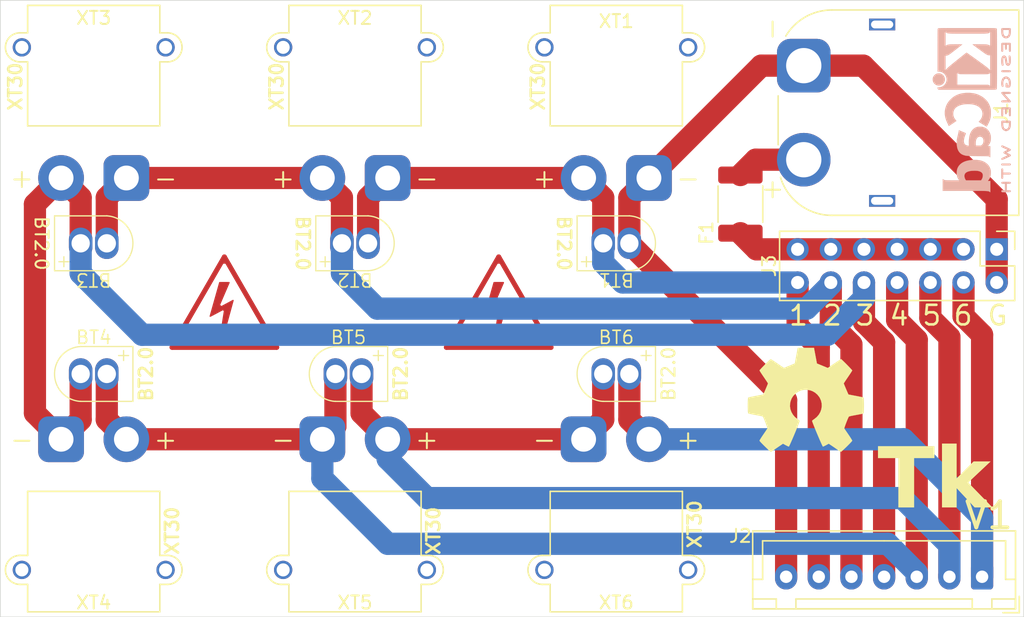
<source format=kicad_pcb>
(kicad_pcb (version 20241229) (generator "pcbnew") (generator_version "9.0")
  (layers (0 "F.Cu" signal) (2 "B.Cu" signal) (13 "F.Paste" user) (15 "B.Paste" user) (5 "F.SilkS" user "F.Silkscreen") (7 "B.SilkS" user "B.Silkscreen") (1 "F.Mask" user) (3 "B.Mask" user) (25 "Edge.Cuts" user))
  (net 0 "")
  (net 1 "BL3")
  (net 2 "BL2")
  (net 3 "BL1")
  (net 4 "GND")
  (net 5 "BL6")
  (net 6 "BL5")
  (net 7 "BL4")
  (net 8 "VCC")
  (net 9 "Net-(J1-Pin_2)")
  (footprint "BT20:BT20" (layer "F.Cu") (at 117 89)
    (property "Reference" "BT5" (at 0 -2.8 0) (layer "F.SilkS") (effects (font (thickness 0.125))))
    (property "Value" "BT2.0" (at 4 0 90) (layer "F.SilkS") (effects (font (thickness 0.2) (bold yes))))
    (fp_text user "+" (at 1.6 -0.9 0) (layer "F.SilkS") (effects (font (thickness 0.1)) (justify left bottom)))
    (pad "1" thru_hole oval (at -1 0) (size 1.8 2.4) (drill 1.4) (layers "*.Cu" "*.Mask") (net 7 "BL4"))
    (pad "2" thru_hole oval (at 1 0) (size 1.8 2.4) (drill 1.4) (layers "*.Cu" "*.Mask") (net 6 "BL5"))
  )
  (footprint "BT20:BT20" (layer "F.Cu") (at 117.5 79 180)
    (property "Reference" "BT2" (at 0 -2.8 180) (layer "F.SilkS") (effects (font (thickness 0.125))))
    (property "Value" "BT2.0" (at 4 0 270) (layer "F.SilkS") (effects (font (thickness 0.2) (bold yes))))
    (fp_text user "+" (at 1.6 -0.9 180) (layer "F.SilkS") (effects (font (thickness 0.1)) (justify left bottom)))
    (pad "1" thru_hole oval (at -1 0 180) (size 1.8 2.4) (drill 1.4) (layers "*.Cu" "*.Mask") (net 3 "BL1"))
    (pad "2" thru_hole oval (at 1 0 180) (size 1.8 2.4) (drill 1.4) (layers "*.Cu" "*.Mask") (net 2 "BL2"))
  )
  (footprint "Connector_AMASS:AMASS_XT30PW-M_1x02_P2.50mm_Horizontal" (layer "F.Cu") (at 100 74)
    (property "Reference" "XT3" (at -2.5 -12.25 180) (layer "F.SilkS"))
    (property "Value" "XT30" (at -8.5 -7 90) (layer "F.SilkS") (effects (font (thickness 0.2) (bold yes))))
    (fp_text user "-" (at 3 0 0) (layer "F.SilkS") (effects (font (size 1.5 1.5))))
    (fp_text user "+" (at -8 0 0) (layer "F.SilkS") (effects (font (size 1.5 1.5))))
    (pad "" thru_hole circle (at -8 -10) (size 1.4 1.4) (drill 1) (layers "*.Cu" "*.Mask"))
    (pad "" thru_hole circle (at 3 -10) (size 1.4 1.4) (drill 1) (layers "*.Cu" "*.Mask"))
    (pad "1" thru_hole roundrect (at 0 0) (size 3.5 3.5) (drill 1.9) (layers "*.Cu" "*.Mask") (roundrect_rratio 0.22) (net 2 "BL2"))
    (pad "2" thru_hole circle (at -5 0) (size 3.5 3.5) (drill 1.9) (layers "*.Cu" "*.Mask") (net 1 "BL3"))
  )
  (footprint "Connector_AMASS:AMASS_XT30PW-M_1x02_P2.50mm_Horizontal" (layer "F.Cu") (at 95 94 180)
    (property "Reference" "XT4" (at -2.5 -12.5 180) (layer "F.SilkS"))
    (property "Value" "XT30" (at -8.5 -7 270) (layer "F.SilkS") (effects (font (thickness 0.2) (bold yes))))
    (fp_text user "-" (at 3 0 180) (layer "F.SilkS") (effects (font (size 1.5 1.5))))
    (fp_text user "+" (at -8 0 180) (layer "F.SilkS") (effects (font (size 1.5 1.5))))
    (pad "" thru_hole circle (at -8 -10 180) (size 1.4 1.4) (drill 1) (layers "*.Cu" "*.Mask"))
    (pad "" thru_hole circle (at 3 -10 180) (size 1.4 1.4) (drill 1) (layers "*.Cu" "*.Mask"))
    (pad "1" thru_hole roundrect (at 0 0 180) (size 3.5 3.5) (drill 1.9) (layers "*.Cu" "*.Mask") (roundrect_rratio 0.22) (net 1 "BL3"))
    (pad "2" thru_hole circle (at -5 0 180) (size 3.5 3.5) (drill 1.9) (layers "*.Cu" "*.Mask") (net 7 "BL4"))
  )
  (footprint "Symbol:Symbol_HighVoltage_Triangle_8x7mm_Copper" (layer "F.Cu") (at 128.5 83.5)
    (property "Reference" "REF**" (hide yes))
    (property "Value" "Symbol_HighVoltage_Triangle_8x7mm_Copper" (hide yes))
    (fp_line (start -4 3.46) (end 0 -3.46) (stroke (width 0.381)) (layer "F.Cu"))
    (fp_line (start -3.51 3.44) (end -3.776322 3.030736) (stroke (width 0.2)) (layer "F.Cu"))
    (fp_line (start -0.45 0.215) (end -0.24 0.44) (stroke (width 0.2)) (layer "F.Cu"))
    (fp_line (start -0.34 2.095) (end 0.17 2.185) (stroke (width 0.2)) (layer "F.Cu"))
    (fp_line (start -0.15 -3.04) (end 0.16 -3.04) (stroke (width 0.2)) (layer "F.Cu"))
    (fp_line (start -0.132899 0.479099) (end 0.112899 0.680901) (stroke (width 0.2)) (layer "F.Cu"))
    (fp_line (start 0 -3.46) (end 4 3.46) (stroke (width 0.381)) (layer "F.Cu"))
    (fp_line (start 3.51 3.44) (end 3.776322 3.030736) (stroke (width 0.2)) (layer "F.Cu"))
    (fp_line (start 4 3.46) (end -4 3.46) (stroke (width 0.4)) (layer "F.Cu"))
    (fp_poly (pts (xy -0.5 0.5) (xy 0.664167 -0.12574) (xy 0.009323 2.260802) (xy 0.344021 2.057073) (xy -0.252615 2.94475) (xy -0.470896 1.897) (xy -0.238062 2.217146) (xy 0.038427 0.485448) (xy -1.082083 1.082083) (xy -0.354479 -1.493636) (xy 0.358573 -1.493636)) (stroke (width 0.1)) (fill yes) (layer "F.Cu"))
  )
  (footprint "Connector_AMASS:AMASS_XT30PW-M_1x02_P2.50mm_Horizontal" (layer "F.Cu") (at 120 74)
    (property "Reference" "XT2" (at -2.5 -12.25 180) (layer "F.SilkS"))
    (property "Value" "XT30" (at -8.5 -7 90) (layer "F.SilkS") (effects (font (thickness 0.2) (bold yes))))
    (fp_text user "-" (at 3 0 0) (layer "F.SilkS") (effects (font (size 1.5 1.5))))
    (fp_text user "+" (at -8 0 0) (layer "F.SilkS") (effects (font (size 1.5 1.5))))
    (pad "" thru_hole circle (at -8 -10) (size 1.4 1.4) (drill 1) (layers "*.Cu" "*.Mask"))
    (pad "" thru_hole circle (at 3 -10) (size 1.4 1.4) (drill 1) (layers "*.Cu" "*.Mask"))
    (pad "1" thru_hole roundrect (at 0 0) (size 3.5 3.5) (drill 1.9) (layers "*.Cu" "*.Mask") (roundrect_rratio 0.22) (net 3 "BL1"))
    (pad "2" thru_hole circle (at -5 0) (size 3.5 3.5) (drill 1.9) (layers "*.Cu" "*.Mask") (net 2 "BL2"))
  )
  (footprint "Symbol:Symbol_HighVoltage_Triangle_8x7mm_Copper" (layer "F.Cu") (at 107.5 83.5)
    (property "Reference" "REF**" (hide yes))
    (property "Value" "Symbol_HighVoltage_Triangle_8x7mm_Copper" (hide yes))
    (fp_line (start -4 3.46) (end 0 -3.46) (stroke (width 0.381)) (layer "F.Cu"))
    (fp_line (start -3.51 3.44) (end -3.776322 3.030736) (stroke (width 0.2)) (layer "F.Cu"))
    (fp_line (start -0.45 0.215) (end -0.24 0.44) (stroke (width 0.2)) (layer "F.Cu"))
    (fp_line (start -0.34 2.095) (end 0.17 2.185) (stroke (width 0.2)) (layer "F.Cu"))
    (fp_line (start -0.15 -3.04) (end 0.16 -3.04) (stroke (width 0.2)) (layer "F.Cu"))
    (fp_line (start -0.132899 0.479099) (end 0.112899 0.680901) (stroke (width 0.2)) (layer "F.Cu"))
    (fp_line (start 0 -3.46) (end 4 3.46) (stroke (width 0.381)) (layer "F.Cu"))
    (fp_line (start 3.51 3.44) (end 3.776322 3.030736) (stroke (width 0.2)) (layer "F.Cu"))
    (fp_line (start 4 3.46) (end -4 3.46) (stroke (width 0.4)) (layer "F.Cu"))
    (fp_poly (pts (xy -0.5 0.5) (xy 0.664167 -0.12574) (xy 0.009323 2.260802) (xy 0.344021 2.057073) (xy -0.252615 2.94475) (xy -0.470896 1.897) (xy -0.238062 2.217146) (xy 0.038427 0.485448) (xy -1.082083 1.082083) (xy -0.354479 -1.493636) (xy 0.358573 -1.493636)) (stroke (width 0.1)) (fill yes) (layer "F.Cu"))
  )
  (footprint "Connector_AMASS:AMASS_XT30PW-M_1x02_P2.50mm_Horizontal" (layer "F.Cu") (at 115 94 180)
    (property "Reference" "XT5" (at -2.5 -12.5 180) (layer "F.SilkS"))
    (property "Value" "XT30" (at -8.5 -7 270) (layer "F.SilkS") (effects (font (thickness 0.2) (bold yes))))
    (fp_text user "+" (at -8 0 180) (layer "F.SilkS") (effects (font (size 1.5 1.5))))
    (fp_text user "-" (at 3 0 180) (layer "F.SilkS") (effects (font (size 1.5 1.5))))
    (pad "" thru_hole circle (at -8 -10 180) (size 1.4 1.4) (drill 1) (layers "*.Cu" "*.Mask"))
    (pad "" thru_hole circle (at 3 -10 180) (size 1.4 1.4) (drill 1) (layers "*.Cu" "*.Mask"))
    (pad "1" thru_hole roundrect (at 0 0 180) (size 3.5 3.5) (drill 1.9) (layers "*.Cu" "*.Mask") (roundrect_rratio 0.22) (net 7 "BL4"))
    (pad "2" thru_hole circle (at -5 0 180) (size 3.5 3.5) (drill 1.9) (layers "*.Cu" "*.Mask") (net 6 "BL5"))
  )
  (footprint "Symbol:OSHW-Symbol_8.9x8mm_SilkScreen" (layer "F.Cu") (at 152 91)
    (property "Reference" "REF**" (hide yes))
    (property "Value" "OSHW-Symbol_8.9x8mm_SilkScreen" (hide yes))
  )
  (footprint "BT20:BT20" (layer "F.Cu") (at 137.5 79 180)
    (property "Reference" "BT1" (at 0 -2.8 180) (layer "F.SilkS") (effects (font (thickness 0.125))))
    (property "Value" "BT2.0" (at 4 0 270) (layer "F.SilkS") (effects (font (thickness 0.2) (bold yes))))
    (fp_text user "+" (at 1.6 -0.9 180) (layer "F.SilkS") (effects (font (thickness 0.1)) (justify left bottom)))
    (pad "1" thru_hole oval (at -1 0 180) (size 1.8 2.4) (drill 1.4) (layers "*.Cu" "*.Mask") (net 4 "GND"))
    (pad "2" thru_hole oval (at 1 0 180) (size 1.8 2.4) (drill 1.4) (layers "*.Cu" "*.Mask") (net 3 "BL1"))
  )
  (footprint "BT20:BT20" (layer "F.Cu") (at 137.5 89)
    (property "Reference" "BT6" (at 0 -2.8 0) (layer "F.SilkS") (effects (font (thickness 0.125))))
    (property "Value" "BT2.0" (at 4 0 90) (layer "F.SilkS"))
    (fp_text user "+" (at 1.6 -0.9 0) (layer "F.SilkS") (effects (font (thickness 0.1)) (justify left bottom)))
    (pad "1" thru_hole oval (at -1 0) (size 1.8 2.4) (drill 1.4) (layers "*.Cu" "*.Mask") (net 6 "BL5"))
    (pad "2" thru_hole oval (at 1 0) (size 1.8 2.4) (drill 1.4) (layers "*.Cu" "*.Mask") (net 5 "BL6"))
  )
  (footprint "Connector_AMASS:AMASS_XT30PW-M_1x02_P2.50mm_Horizontal" (layer "F.Cu") (at 135 94 180)
    (property "Reference" "XT6" (at -2.5 -12.5 180) (layer "F.SilkS"))
    (property "Value" "XT30" (at -8.5 -6.5 270) (layer "F.SilkS") (effects (font (thickness 0.2) (bold yes))))
    (fp_text user "+" (at -8 0 180) (layer "F.SilkS") (effects (font (size 1.5 1.5))))
    (fp_text user "-" (at 3 0 180) (layer "F.SilkS") (effects (font (size 1.5 1.5))))
    (pad "" thru_hole circle (at -8 -10 180) (size 1.4 1.4) (drill 1) (layers "*.Cu" "*.Mask"))
    (pad "" thru_hole circle (at 3 -10 180) (size 1.4 1.4) (drill 1) (layers "*.Cu" "*.Mask"))
    (pad "1" thru_hole roundrect (at 0 0 180) (size 3.5 3.5) (drill 1.9) (layers "*.Cu" "*.Mask") (roundrect_rratio 0.22) (net 6 "BL5"))
    (pad "2" thru_hole circle (at -5 0 180) (size 3.5 3.5) (drill 1.9) (layers "*.Cu" "*.Mask") (net 5 "BL6"))
  )
  (footprint "Fuse:Fuse_1812_4532Metric_Pad1.30x3.40mm_HandSolder" (layer "F.Cu") (at 147 76 -90)
    (property "Reference" "F1" (at 2.2 2.6 90) (layer "F.SilkS"))
    (property "Value" "2A")
    (pad "1" smd roundrect (at -2.225 0 270) (size 1.3 3.4) (layers "F.Cu" "F.Mask" "F.Paste") (roundrect_rratio 0.192308) (net 9 "Net-(J1-Pin_2)"))
    (pad "2" smd roundrect (at 2.225 0 270) (size 1.3 3.4) (layers "F.Cu" "F.Mask" "F.Paste") (roundrect_rratio 0.192308) (net 8 "VCC"))
  )
  (footprint "BT20:BT20" (layer "F.Cu") (at 97.5 89)
    (property "Reference" "BT4" (at 0 -2.8 0) (layer "F.SilkS") (effects (font (thickness 0.125))))
    (property "Value" "BT2.0" (at 4 0 90) (layer "F.SilkS") (effects (font (thickness 0.2) (bold yes))))
    (fp_text user "+" (at 1.6 -0.9 0) (layer "F.SilkS") (effects (font (thickness 0.1)) (justify left bottom)))
    (pad "1" thru_hole oval (at -1 0) (size 1.8 2.4) (drill 1.4) (layers "*.Cu" "*.Mask") (net 1 "BL3"))
    (pad "2" thru_hole oval (at 1 0) (size 1.8 2.4) (drill 1.4) (layers "*.Cu" "*.Mask") (net 7 "BL4"))
  )
  (footprint "Connector_PinHeader_2.54mm:PinHeader_2x07_P2.54mm_Vertical" (layer "F.Cu") (at 166.62 79.46 -90)
    (property "Reference" "J3" (at 1.27 17.42 270) (layer "F.SilkS"))
    (property "Value" "Voltage selector")
    (pad "1" thru_hole rect (at 0 0 270) (size 1.7 1.7) (drill 1) (layers "*.Cu" "*.Mask") (net 4 "GND"))
    (pad "2" thru_hole circle (at 2.54 0 270) (size 1.7 1.7) (drill 1) (layers "*.Cu" "*.Mask") (net 4 "GND"))
    (pad "3" thru_hole circle (at 0 2.54 270) (size 1.7 1.7) (drill 1) (layers "*.Cu" "*.Mask") (net 8 "VCC"))
    (pad "4" thru_hole circle (at 2.54 2.54 270) (size 1.7 1.7) (drill 1) (layers "*.Cu" "*.Mask") (net 5 "BL6"))
    (pad "5" thru_hole circle (at 0 5.08 270) (size 1.7 1.7) (drill 1) (layers "*.Cu" "*.Mask") (net 8 "VCC"))
    (pad "6" thru_hole circle (at 2.54 5.08 270) (size 1.7 1.7) (drill 1) (layers "*.Cu" "*.Mask") (net 6 "BL5"))
    (pad "7" thru_hole circle (at 0 7.62 270) (size 1.7 1.7) (drill 1) (layers "*.Cu" "*.Mask") (net 8 "VCC"))
    (pad "8" thru_hole circle (at 2.54 7.62 270) (size 1.7 1.7) (drill 1) (layers "*.Cu" "*.Mask") (net 7 "BL4"))
    (pad "9" thru_hole circle (at 0 10.16 270) (size 1.7 1.7) (drill 1) (layers "*.Cu" "*.Mask") (net 8 "VCC"))
    (pad "10" thru_hole circle (at 2.54 10.16 270) (size 1.7 1.7) (drill 1) (layers "*.Cu" "*.Mask") (net 1 "BL3"))
    (pad "11" thru_hole circle (at 0 12.7 270) (size 1.7 1.7) (drill 1) (layers "*.Cu" "*.Mask") (net 8 "VCC"))
    (pad "12" thru_hole circle (at 2.54 12.7 270) (size 1.7 1.7) (drill 1) (layers "*.Cu" "*.Mask") (net 2 "BL2"))
    (pad "13" thru_hole circle (at 0 15.24 270) (size 1.7 1.7) (drill 1) (layers "*.Cu" "*.Mask") (net 8 "VCC"))
    (pad "14" thru_hole circle (at 2.54 15.24 270) (size 1.7 1.7) (drill 1) (layers "*.Cu" "*.Mask") (net 3 "BL1"))
  )
  (footprint "Connector_AMASS:AMASS_XT60PW-M_1x02_P7.20mm_Horizontal" (layer "F.Cu") (at 151.85 65.4 -90)
    (property "Reference" "J1" (at 3.630343 -15.11926 90) (layer "F.SilkS"))
    (property "Value" "Power Input")
    (fp_text user "+" (at 9.5 2.5 90) (layer "F.SilkS") (effects (font (size 1.5 1.5))))
    (fp_text user "-" (at -2.8 2.5 90) (layer "F.SilkS") (effects (font (size 1.5 1.5))))
    (pad "" thru_hole rect (at -3.15 -6 270) (size 0.9 2) (drill oval 0.6 1.7) (layers "*.Cu" "*.Mask"))
    (pad "" thru_hole rect (at 10.35 -6 270) (size 0.9 2) (drill oval 0.6 1.7) (layers "*.Cu" "*.Mask"))
    (pad "1" thru_hole roundrect (at 0 0 270) (size 4.1 4.1) (drill 2.7) (layers "*.Cu" "*.Mask") (net 4 "GND"))
    (pad "2" thru_hole circle (at 7.2 0 270) (size 4.1 4.1) (drill 2.7) (layers "*.Cu" "*.Mask") (net 9 "Net-(J1-Pin_2)"))
  )
  (footprint "BT20:BT20" (layer "F.Cu") (at 97.5 79 180)
    (property "Reference" "BT3" (at 0 -2.8 180) (layer "F.SilkS") (effects (font (thickness 0.125))))
    (property "Value" "BT2.0" (at 4 0 270) (layer "F.SilkS"))
    (fp_text user "+" (at 1.6 -0.9 180) (layer "F.SilkS") (effects (font (thickness 0.1)) (justify left bottom)))
    (pad "1" thru_hole oval (at -1 0 180) (size 1.8 2.4) (drill 1.4) (layers "*.Cu" "*.Mask") (net 2 "BL2"))
    (pad "2" thru_hole oval (at 1 0 180) (size 1.8 2.4) (drill 1.4) (layers "*.Cu" "*.Mask") (net 1 "BL3"))
  )
  (footprint "Connector_AMASS:AMASS_XT30PW-M_1x02_P2.50mm_Horizontal" (layer "F.Cu") (at 140 74)
    (property "Reference" "XT1" (at -2.5 -12 0) (layer "F.SilkS"))
    (property "Value" "XT30" (at -8.5 -7 90) (layer "F.SilkS") (effects (font (thickness 0.2) (bold yes))))
    (fp_text user "+" (at -8 0 0) (layer "F.SilkS") (effects (font (size 1.5 1.5))))
    (fp_text user "-" (at 3 0 0) (layer "F.SilkS") (effects (font (size 1.5 1.5))))
    (pad "" thru_hole circle (at -8 -10) (size 1.4 1.4) (drill 1) (layers "*.Cu" "*.Mask"))
    (pad "" thru_hole circle (at 3 -10) (size 1.4 1.4) (drill 1) (layers "*.Cu" "*.Mask"))
    (pad "1" thru_hole roundrect (at 0 0) (size 3.5 3.5) (drill 1.9) (layers "*.Cu" "*.Mask") (roundrect_rratio 0.22) (net 4 "GND"))
    (pad "2" thru_hole circle (at -5 0) (size 3.5 3.5) (drill 1.9) (layers "*.Cu" "*.Mask") (net 3 "BL1"))
  )
  (footprint "Connector_JST:JST_XH_B7B-XH-A_1x07_P2.50mm_Vertical" (layer "F.Cu") (at 165.5 104.525 180)
    (property "Reference" "J2" (at 18.5 3.125 0) (layer "F.SilkS"))
    (property "Value" "Balance input")
    (pad "1" thru_hole roundrect (at 0 0 180) (size 1.7 1.95) (drill 0.95) (layers "*.Cu" "*.Mask") (roundrect_rratio 0.147059) (net 5 "BL6"))
    (pad "2" thru_hole oval (at 2.5 0 180) (size 1.7 1.95) (drill 0.95) (layers "*.Cu" "*.Mask") (net 6 "BL5"))
    (pad "3" thru_hole oval (at 5 0 180) (size 1.7 1.95) (drill 0.95) (layers "*.Cu" "*.Mask") (net 7 "BL4"))
    (pad "4" thru_hole oval (at 7.5 0 180) (size 1.7 1.95) (drill 0.95) (layers "*.Cu" "*.Mask") (net 1 "BL3"))
    (pad "5" thru_hole oval (at 10 0 180) (size 1.7 1.95) (drill 0.95) (layers "*.Cu" "*.Mask") (net 2 "BL2"))
    (pad "6" thru_hole oval (at 12.5 0 180) (size 1.7 1.95) (drill 0.95) (layers "*.Cu" "*.Mask") (net 3 "BL1"))
    (pad "7" thru_hole oval (at 15 0 180) (size 1.7 1.95) (drill 0.95) (layers "*.Cu" "*.Mask") (net 4 "GND"))
  )
  (footprint "Symbol:KiCad-Logo2_5mm_SilkScreen" (layer "B.Cu") (at 164.7 68.8 -90)
    (property "Reference" "REF**" (hide yes))
    (property "Value" "KiCad-Logo2_5mm_SilkScreen" (hide yes))
  )
  (gr_rect (start 90.35 60.4) (end 168.69 107.6) (stroke (width 0.05)) (fill no) (layer "Edge.Cuts"))
  (gr_text "5" (at 160.8 85.4 0) (layer "F.SilkS") (effects (font (size 1.5 1.5) (thickness 0.2)) (justify left bottom)))
  (gr_text "6" (at 163.2 85.4 0) (layer "F.SilkS") (effects (font (size 1.5 1.5) (thickness 0.2)) (justify left bottom)))
  (gr_text "V1" (at 164 101 0) (layer "F.SilkS") (effects (font (size 2 2) (thickness 0.3)) (justify left bottom)))
  (gr_text "2" (at 153.2 85.4 0) (layer "F.SilkS") (effects (font (size 1.5 1.5) (thickness 0.2)) (justify left bottom)))
  (gr_text "3" (at 155.7 85.4 0) (layer "F.SilkS") (effects (font (size 1.5 1.5) (thickness 0.2)) (justify left bottom)))
  (gr_text "4" (at 158.3 85.4 0) (layer "F.SilkS") (effects (font (size 1.5 1.5) (thickness 0.2)) (justify left bottom)))
  (gr_text "G" (at 165.8 85.4 0) (layer "F.SilkS") (effects (font (size 1.5 1.5) (thickness 0.2)) (justify left bottom)))
  (gr_text "1" (at 150.6 85.4 0) (layer "F.SilkS") (effects (font (size 1.5 1.5) (thickness 0.2)) (justify left bottom)))
  (gr_text "Tk" (at 157.5 100 0) (layer "F.SilkS") (effects (font (size 4.6 4.6) (thickness 0.74) (bold yes)) (justify left bottom)))
  (segment (start 96.5 79) (end 96.5 75.5) (width 1.7) (layer "F.Cu") (net 1))
  (segment (start 96.5 89) (end 96.5 92.5) (width 1.7) (layer "F.Cu") (net 1))
  (segment (start 158 104.525) (end 158 86.56526) (width 1.7) (layer "F.Cu") (net 1))
  (segment (start 96.5 75.5) (end 95 74) (width 1.7) (layer "F.Cu") (net 1))
  (segment (start 93 92) (end 95 94) (width 1.7) (layer "F.Cu") (net 1))
  (segment (start 93 76) (end 93 92) (width 1.7) (layer "F.Cu") (net 1))
  (segment (start 156.46 85.02526) (end 156.46 82) (width 1.7) (layer "F.Cu") (net 1))
  (segment (start 95 74) (end 93 76) (width 1.7) (layer "F.Cu") (net 1))
  (segment (start 158 86.56526) (end 156.46 85.02526) (width 1.7) (layer "F.Cu") (net 1))
  (segment (start 96.5 92.5) (end 95 94) (width 1.7) (layer "F.Cu") (net 1))
  (segment (start 156.46 83.202081) (end 153.662081 86) (width 1.7) (layer "B.Cu") (net 1))
  (segment (start 156.46 82) (end 156.46 83.202081) (width 1.7) (layer "B.Cu") (net 1))
  (segment (start 96.5 81.3) (end 96.5 79) (width 1.7) (layer "B.Cu") (net 1))
  (segment (start 153.662081 86) (end 101.2 86) (width 1.7) (layer "B.Cu") (net 1))
  (segment (start 101.2 86) (end 96.5 81.3) (width 1.7) (layer "B.Cu") (net 1))
  (segment (start 98.5 75.5) (end 100 74) (width 1.7) (layer "F.Cu") (net 2))
  (segment (start 116.5 79) (end 116.5 75.5) (width 1.7) (layer "F.Cu") (net 2))
  (segment (start 115 74) (end 100 74) (width 1.7) (layer "F.Cu") (net 2))
  (segment (start 155.5 86.75368) (end 153.92 85.17368) (width 1.7) (layer "F.Cu") (net 2))
  (segment (start 153.92 85.17368) (end 153.92 82) (width 1.7) (layer "F.Cu") (net 2))
  (segment (start 155.5 104.525) (end 155.5 86.75368) (width 1.7) (layer "F.Cu") (net 2))
  (segment (start 98.5 79) (end 98.5 75.5) (width 1.7) (layer "F.Cu") (net 2))
  (segment (start 116.5 75.5) (end 115 74) (width 1.7) (layer "F.Cu") (net 2))
  (segment (start 152.06842 84) (end 119.2 84) (width 1.7) (layer "B.Cu") (net 2))
  (segment (start 116.5 81.3) (end 116.5 79) (width 1.7) (layer "B.Cu") (net 2))
  (segment (start 153.92 82.14842) (end 152.06842 84) (width 1.7) (layer "B.Cu") (net 2))
  (segment (start 153.92 82) (end 153.92 82.14842) (width 1.7) (layer "B.Cu") (net 2))
  (segment (start 119.2 84) (end 116.5 81.3) (width 1.7) (layer "B.Cu") (net 2))
  (segment (start 153 104.525) (end 153 86.9421) (width 1.7) (layer "F.Cu") (net 3))
  (segment (start 118.5 75.5) (end 120 74) (width 1.7) (layer "F.Cu") (net 3))
  (segment (start 118.5 79) (end 118.5 75.5) (width 1.7) (layer "F.Cu") (net 3))
  (segment (start 151.38 85.3221) (end 151.38 82) (width 1.7) (layer "F.Cu") (net 3))
  (segment (start 136.5 79) (end 136.5 75.5) (width 1.7) (layer "F.Cu") (net 3))
  (segment (start 120 74) (end 135 74) (width 1.7) (layer "F.Cu") (net 3))
  (segment (start 136.5 75.5) (end 135 74) (width 1.7) (layer "F.Cu") (net 3))
  (segment (start 153 86.9421) (end 151.38 85.3221) (width 1.7) (layer "F.Cu") (net 3))
  (segment (start 138 82) (end 151.38 82) (width 1.7) (layer "B.Cu") (net 3))
  (segment (start 136.5 79) (end 136.5 80.5) (width 1.7) (layer "B.Cu") (net 3))
  (segment (start 136.5 80.5) (end 138 82) (width 1.7) (layer "B.Cu") (net 3))
  (segment (start 166.62 75.62) (end 156.4 65.4) (width 1.7) (layer "F.Cu") (net 4))
  (segment (start 166.62 82) (end 166.62 79.46) (width 1.7) (layer "F.Cu") (net 4))
  (segment (start 138.5 79) (end 138.5 75.5) (width 1.7) (layer "F.Cu") (net 4))
  (segment (start 148.6 65.4) (end 140 74) (width 1.7) (layer "F.Cu") (net 4))
  (segment (start 138.5 75.5) (end 140 74) (width 1.7) (layer "F.Cu") (net 4))
  (segment (start 156.4 65.4) (end 151.85 65.4) (width 1.7) (layer "F.Cu") (net 4))
  (segment (start 151.85 65.4) (end 148.6 65.4) (width 1.7) (layer "F.Cu") (net 4))
  (segment (start 166.62 79.46) (end 166.62 75.62) (width 1.7) (layer "F.Cu") (net 4))
  (segment (start 150.5 104.525) (end 150.5 91) (width 1.7) (layer "F.Cu") (net 4))
  (segment (start 150.5 91) (end 138.5 79) (width 1.7) (layer "F.Cu") (net 4))
  (segment (start 165.5 86) (end 164.08 84.58) (width 1.7) (layer "F.Cu") (net 5))
  (segment (start 164.08 84.58) (end 164.08 82) (width 1.7) (layer "F.Cu") (net 5))
  (segment (start 138.5 92.5) (end 140 94) (width 1.7) (layer "F.Cu") (net 5))
  (segment (start 165.5 104.525) (end 165.5 86) (width 1.7) (layer "F.Cu") (net 5))
  (segment (start 138.5 89) (end 138.5 92.5) (width 1.7) (layer "F.Cu") (net 5))
  (segment (start 165.5 100) (end 159.5 94) (width 1.7) (layer "B.Cu") (net 5))
  (segment (start 165.5 104.525) (end 165.5 100) (width 1.7) (layer "B.Cu") (net 5))
  (segment (start 159.5 94) (end 140 94) (width 1.7) (layer "B.Cu") (net 5))
  (segment (start 163 86.18842) (end 161.54 84.72842) (width 1.7) (layer "F.Cu") (net 6))
  (segment (start 118 89) (end 118 92) (width 1.7) (layer "F.Cu") (net 6))
  (segment (start 136.5 92.5) (end 135 94) (width 1.7) (layer "F.Cu") (net 6))
  (segment (start 136.5 89) (end 136.5 92.5) (width 1.7) (layer "F.Cu") (net 6))
  (segment (start 120 94) (end 135 94) (width 1.7) (layer "F.Cu") (net 6))
  (segment (start 163 104.525) (end 163 86.18842) (width 1.7) (layer "F.Cu") (net 6))
  (segment (start 118 92) (end 120 94) (width 1.7) (layer "F.Cu") (net 6))
  (segment (start 161.54 84.72842) (end 161.54 82) (width 1.7) (layer "F.Cu") (net 6))
  (segment (start 120 95.5) (end 120 94) (width 1.7) (layer "B.Cu") (net 6))
  (segment (start 163 102.1) (end 159.4 98.5) (width 1.7) (layer "B.Cu") (net 6))
  (segment (start 159.4 98.5) (end 123 98.5) (width 1.7) (layer "B.Cu") (net 6))
  (segment (start 123 98.5) (end 120 95.5) (width 1.7) (layer "B.Cu") (net 6))
  (segment (start 163 104.525) (end 163 102.1) (width 1.7) (layer "B.Cu") (net 6))
  (segment (start 98.5 92.5) (end 100 94) (width 1.7) (layer "F.Cu") (net 7))
  (segment (start 160.5 104.525) (end 160.5 86.37684) (width 1.7) (layer "F.Cu") (net 7))
  (segment (start 116 89) (end 116 93) (width 1.7) (layer "F.Cu") (net 7))
  (segment (start 98.5 89) (end 98.5 92.5) (width 1.7) (layer "F.Cu") (net 7))
  (segment (start 159 84.87684) (end 159 82) (width 1.7) (layer "F.Cu") (net 7))
  (segment (start 100 94) (end 115 94) (width 1.7) (layer "F.Cu") (net 7))
  (segment (start 116 93) (end 115 94) (width 1.7) (layer "F.Cu") (net 7))
  (segment (start 160.5 86.37684) (end 159 84.87684) (width 1.7) (layer "F.Cu") (net 7))
  (segment (start 115 97) (end 115 94) (width 1.7) (layer "B.Cu") (net 7))
  (segment (start 158.28842 102) (end 120 102) (width 1.7) (layer "B.Cu") (net 7))
  (segment (start 120 102) (end 115 97) (width 1.7) (layer "B.Cu") (net 7))
  (segment (start 160.5 104.525) (end 160.5 104.21158) (width 1.7) (layer "B.Cu") (net 7))
  (segment (start 160.5 104.21158) (end 158.28842 102) (width 1.7) (layer "B.Cu") (net 7))
  (segment (start 151.38 79.46) (end 148.235 79.46) (width 1.7) (layer "F.Cu") (net 8))
  (segment (start 164.08 79.46) (end 151.38 79.46) (width 1.7) (layer "F.Cu") (net 8))
  (segment (start 148.235 79.46) (end 147 78.225) (width 1.7) (layer "F.Cu") (net 8))
  (segment (start 148.175 72.6) (end 147 73.775) (width 1.7) (layer "F.Cu") (net 9))
  (segment (start 151.85 72.6) (end 148.175 72.6) (width 1.7) (layer "F.Cu") (net 9))
)
</source>
